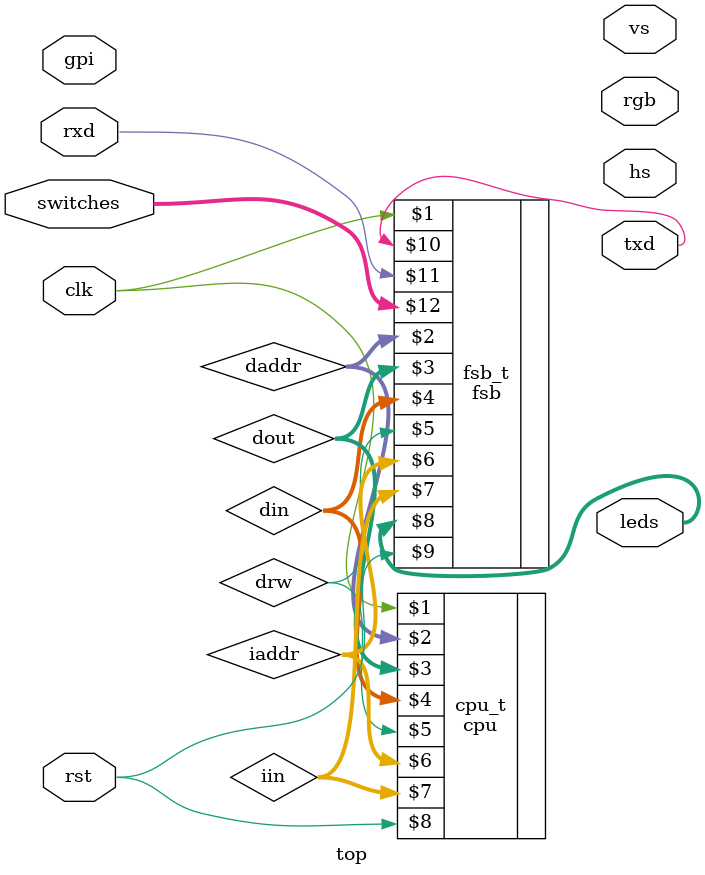
<source format=v>
/*
David Fritz

top level module for mips design

2.6.2010
*/

module top(clk,leds,rst,txd,rxd,switches,rgb,hs,vs,gpi);
	input clk;
	output [7:0] leds;
	input rst,rxd;
	output txd;
	input [3:0] switches;
	output [2:0] rgb;
	output hs,vs;
	input [7:0] gpi;
	
	wire [31:0] daddr, dout, din, iaddr, iin;
	wire drw;

	/* clock signals */
	//wire clk_half;
	//clk_div cdiv(clk,clk_half);

	cpu cpu_t(clk, daddr, dout, din, drw, iaddr, iin, rst);
        fsb fsb_t(clk, daddr, dout, din, drw, iaddr, iin, leds, rst, txd, rxd, switches);
endmodule
	


</source>
